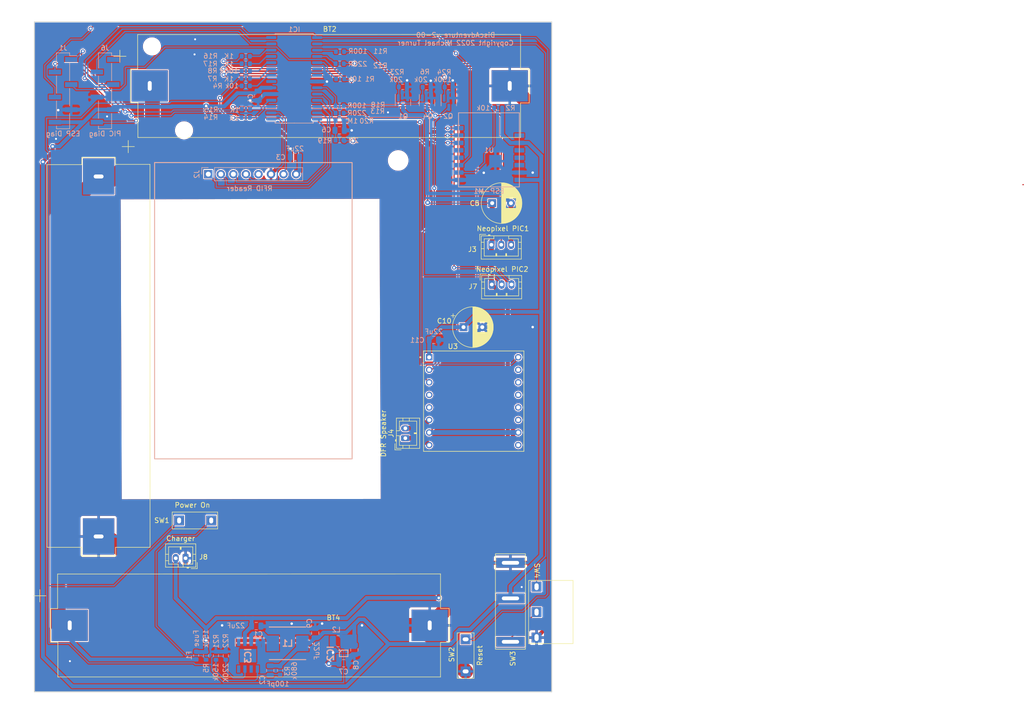
<source format=kicad_pcb>
(kicad_pcb (version 20211014) (generator pcbnew)
  (layers (0 "F.Cu" signal) (31 "B.Cu" signal) (34 "B.Paste" user) (35 "F.Paste" user) (36 "B.SilkS" user "B.Silkscreen") (37 "F.SilkS" user "F.Silkscreen") (38 "B.Mask" user) (39 "F.Mask" user) (44 "Edge.Cuts" user))
  (net 0 "")
  (net 1 "+BATT")
  (net 2 "GND")
  (net 3 "+3V3")
  (net 4 "Net-(J1-Pad1)")
  (net 5 "Net-(J1-Pad3)")
  (net 6 "Net-(J1-Pad2)")
  (net 7 "Net-(J1-Pad4)")
  (net 9 "Net-(J3-Pad2)")
  (net 10 "Net-(C5-Pad2)")
  (net 11 "Net-(J4-Pad1)")
  (net 12 "Net-(J4-Pad2)")
  (net 14 "Net-(Q1-Pad1)")
  (net 15 "Net-(Q2-Pad1)")
  (net 16 "Net-(Q2-Pad3)")
  (net 17 "Net-(R2-Pad1)")
  (net 30 "/+Battery Unfused")
  (net 31 "Net-(J7-Pad2)")
  (net 32 "Net-(R16-Pad1)")
  (net 33 "Net-(R17-Pad1)")
  (net 34 "Net-(C6-Pad1)")
  (net 35 "Net-(IC1-Pad9)")
  (net 36 "Net-(IC1-Pad10)")
  (net 38 "Net-(J7-Pad3)")
  (net 39 "Net-(Q4-Pad1)")
  (net 41 "Net-(IC2-PadB1)")
  (net 42 "Net-(C2-Pad2)")
  (net 43 "Net-(IC2-PadB2)")
  (net 48 "Net-(IC1-Pad23)")
  (net 49 "Net-(IC1-Pad1)")
  (net 50 "Net-(IC1-Pad2)")
  (net 51 "Net-(IC1-Pad3)")
  (net 52 "Net-(IC1-Pad4)")
  (net 53 "Net-(IC1-Pad5)")
  (net 54 "Net-(IC1-Pad12)")
  (net 55 "Net-(IC1-Pad13)")
  (net 56 "Net-(IC1-Pad14)")
  (net 57 "Net-(IC1-Pad15)")
  (net 58 "Net-(IC1-Pad16)")
  (net 59 "Net-(IC1-Pad22)")
  (net 60 "Net-(IC1-Pad24)")
  (net 61 "Net-(IC1-Pad25)")
  (net 62 "Net-(IC1-Pad26)")
  (net 63 "Net-(IC1-Pad27)")
  (net 64 "Net-(IC1-Pad28)")
  (net 65 "Net-(IC3-Pad3)")
  (net 68 "Net-(SW3-Pad1)")
  (net 70 "Net-(IC1-Pad17)")
  (net 71 "Net-(IC1-Pad18)")
  (net 72 "Net-(R5-Pad2)")
  (net 73 "Net-(R7-Pad2)")
  (footprint "MJT-General:BatteryHolder_1x18650_TH" (layer "F.Cu") (at 99.5 36)
    (fp_text reference "BT2")
    (fp_text value "Battery_Cell")
  )
  (footprint "Connector_JST:JST_PH_B3B-PH-K_1x03_P2.00mm_Vertical" (layer "F.Cu") (at 132.310547 76.209849)
    (fp_text reference "J7")
    (fp_text value "Neopixel PIC2")
  )
  (footprint "MJT-General:SW_DIP_SPSTx01_Piano_10.8x4.1mm_W7.62mm_P2.54mm" (layer "F.Cu") (at 127.018655 148.062279 -90)
    (fp_text reference "SW2")
    (fp_text value "Reset")
  )
  (footprint "MountingHole:MountingHole_3.7mm" (layer "F.Cu") (at 113.36126 51.094373)
    (fp_text reference "H3" hide)
    (fp_text value "Antenna Cable" hide)
  )
  (footprint "MountingHole:MountingHole_3.2mm_M3_DIN965" (layer "F.Cu") (at 70 45)
    (fp_text reference "H1" hide)
    (fp_text value "Orientation Guide 2" hide)
  )
  (footprint "MJT-General:Microswitch TH" (layer "F.Cu") (at 133.055 150.075 90)
    (fp_text reference "SW3")
    (fp_text value "Tamper")
  )
  (footprint "MJT-General:BatteryHolder_1x18650_TH" (layer "F.Cu") (at 52.69598 90.7925 -90)
    (fp_text reference "BT4")
    (fp_text value "Battery_Cell")
  )
  (footprint "MJT-General:SW_DIP_SPSTx01_Piano_10.8x4.1mm_W7.62mm_P2.54mm" (layer "F.Cu") (at 75.5 124 180)
    (fp_text reference "SW1")
    (fp_text value "Power On")
  )
  (footprint "Connector_JST:JST_PH_B2B-PH-K_1x02_P2.00mm_Vertical" (layer "F.Cu") (at 114.810685 107.3384 90)
    (fp_text reference "J4")
    (fp_text value "DFR Speaker")
  )
  (footprint "DFR0299:MODULE_DFR0299" (layer "F.Cu") (at 128.656919 99.839918)
    (fp_text reference "U3")
    (fp_text value "DFR0299")
  )
  (footprint "Capacitor_THT:CP_Radial_D8.0mm_P3.80mm" (layer "F.Cu") (at 132.395653 59.736399)
    (fp_text reference "C5")
    (fp_text value "C_Polarized" hide)
  )
  (footprint "Capacitor_THT:CP_Radial_D8.0mm_P3.80mm" (layer "F.Cu") (at 126.58938 84.852481)
    (fp_text reference "C10")
    (fp_text value "C_Polarized")
  )
  (footprint "Connector_JST:JST_PH_B3B-PH-K_1x03_P2.00mm_Vertical" (layer "F.Cu") (at 132.235718 68.165801)
    (fp_text reference "J3")
    (fp_text value "Neopixel PIC1")
  )
  (footprint "MJT-General:Microswitch TH 90 Degree Right" (layer "F.Cu") (at 148.773443 136.144212 -90)
    (fp_text reference "SW4")
    (fp_text value "Tamper")
  )
  (footprint "Connector_JST:JST_PH_B2B-PH-K_1x02_P2.00mm_Vertical" (layer "F.Cu") (at 70.310685 131.645667 180)
    (fp_text reference "J8")
    (fp_text value "Charger")
  )
  (footprint "MountingHole:MountingHole_3.2mm_M3_DIN965" (layer "F.Cu") (at 63.5 28)
    (fp_text reference "H2" hide)
    (fp_text value "Orientation Guide 1")
  )
  (footprint "MJT-General:BatteryHolder_1x18650_TH" (layer "F.Cu") (at 83.2925 145.25)
    (fp_text reference "BT1" hide)
    (fp_text value "Battery_Cell" hide)
  )
  (footprint "SamacSys_Parts:INDPM7466X300N" (layer "B.Cu") (at 90.955291 148.883229)
    (fp_text reference "L1")
    (fp_text value "2.2uH" hide)
  )
  (footprint "ESP:ESP-M1" (layer "B.Cu") (at 131.743717 49.043996 180)
    (fp_text reference "U1")
    (fp_text value "ESP-M1")
  )
  (footprint "Capacitor_SMD:C_0805_2012Metric" (layer "B.Cu") (at 84.613012 145.390069)
    (fp_text reference "C1")
    (fp_text value "22uF")
  )
  (footprint "Resistor_SMD:R_0603_1608Metric" (layer "B.Cu") (at 101.5 40)
    (fp_text reference "R18")
    (fp_text value "100R")
  )
  (footprint "Package_TO_SOT_SMD:SOT-23" (layer "B.Cu") (at 119.204006 39.402393 -90)
    (fp_text reference "Q4")
    (fp_text value "MGSF2N02EL" hide)
  )
  (footprint "Connector_PinHeader_2.54mm:PinHeader_1x06_P2.54mm_Vertical_SMD_Pin1Left" (layer "B.Cu") (at 45.5 37 180)
    (fp_text reference "J1")
    (fp_text value "ESP Diag")
  )
  (footprint "Resistor_SMD:R_0603_1608Metric" (layer "B.Cu") (at 82.484918 42.401435)
    (fp_text reference "R14")
    (fp_text value "1K")
  )
  (footprint "Resistor_SMD:R_0603_1608Metric" (layer "B.Cu") (at 119.14165 36.263759)
    (fp_text reference "R6")
    (fp_text value "20k")
  )
  (footprint "Resistor_SMD:R_0603_1608Metric" (layer "B.Cu") (at 101.5 47 180)
    (fp_text reference "R19")
    (fp_text value "2M")
  )
  (footprint "Package_SO:SOIC-28W_7.5x17.9mm_P1.27mm" (layer "B.Cu") (at 92.306642 34.472834 180)
    (fp_text reference "IC1")
    (fp_text value "PIC16LF15356T-I_SS")
  )
  (footprint "Inductor_SMD:L_1008_2520Metric" (layer "B.Cu") (at 101.197364 148.457151)
    (fp_text reference "L2")
    (fp_text value "1uH" hide)
  )
  (footprint "Resistor_SMD:R_0603_1608Metric" (layer "B.Cu") (at 82.495014 34.499772 180)
    (fp_text reference "R7")
    (fp_text value "1K")
  )
  (footprint "Resistor_SMD:R_0603_1608Metric" (layer "B.Cu") (at 101.5 43)
    (fp_text reference "R20")
    (fp_text value "1M")
  )
  (footprint "Connector_PinHeader_2.54mm:PinHeader_1x08_P2.54mm_Vertical" (layer "B.Cu") (at 74.907839 53.872651 -90)
    (fp_text reference "J2")
    (fp_text value "RFID Reader")
  )
  (footprint "Resistor_SMD:R_0603_1608Metric" (layer "B.Cu") (at 101.516103 31.489554 180)
    (fp_text reference "R12")
    (fp_text value "220R")
  )
  (footprint "Resistor_SMD:R_0603_1608Metric" (layer "B.Cu") (at 82.5 31.5)
    (fp_text reference "R17")
    (fp_text value "1K")
  )
  (footprint "Capacitor_SMD:C_0805_2012Metric" (layer "B.Cu") (at 85 38 90)
    (fp_text reference "C4")
    (fp_text value "LMK212BJ106KG-T" hide)
  )
  (footprint "Resistor_SMD:R_0603_1608Metric" (layer "B.Cu") (at 101.614254 34.581335)
    (fp_text reference "R1")
    (fp_text value "10k")
  )
  (footprint "SamacSys_Parts:SOIC127P600X163-9N" (layer "B.Cu") (at 82.955291 151.383229 -90)
    (fp_text reference "IC3")
    (fp_text value "PAM2310BECADJR" hide)
  )
  (footprint "Package_TO_SOT_SMD:SOT-23" (layer "B.Cu") (at 123.610564 39.402393 -90)
    (fp_text reference "Q2")
    (fp_text value "MGSF2N02EL" hide)
  )
  (footprint "Capacitor_SMD:C_0805_2012Metric" (layer "B.Cu") (at 87.455291 154.383229 -90)
    (fp_text reference "C2")
    (fp_text value "100pF")
  )
  (footprint "Resistor_SMD:R_0603_1608Metric" (layer "B.Cu") (at 82.531252 40.702505)
    (fp_text reference "R15")
    (fp_text value "1K")
  )
  (footprint "Capacitor_SMD:C_0805_2012Metric" (layer "B.Cu") (at 96.554731 146.795758 90)
    (fp_text reference "C9")
    (fp_text value "22uF")
  )
  (footprint "Resistor_SMD:R_0603_1608Metric" (layer "B.Cu") (at 101.569268 29.068477)
    (fp_text reference "R11")
    (fp_text value "100R")
  )
  (footprint "Resistor_SMD:R_0603_1608Metric" (layer "B.Cu") (at 101.509111 41.512872 180)
    (fp_text reference "R13")
    (fp_text value "220R")
  )
  (footprint "Resistor_SMD:R_0603_1608Metric" (layer "B.Cu") (at 74.455291 151.383229 -90)
    (fp_text reference "R5")
    (fp_text value "150k")
  )
  (footprint "Resistor_SMD:R_0603_1608Metric" (layer "B.Cu") (at 82.5 30)
    (fp_text reference "R16")
    (fp_text value "1K")
  )
  (footprint "Capacitor_SMD:C_0805_2012Metric" (layer "B.Cu") (at 104.486407 150.211871 -90)
    (fp_text reference "C8")
    (fp_text value "LMK212BJ106KG-T" hide)
  )
  (footprint "Resistor_SMD:R_0603_1608Metric" (layer "B.Cu") (at 82.502977 32.986679)
    (fp_text reference "R8")
    (fp_text value "100R")
  )
  (footprint "Resistor_SMD:R_0603_1608Metric" (layer "B.Cu") (at 82.5 36)
    (fp_text reference "R4")
    (fp_text value "10k")
  )
  (footprint "Package_TO_SOT_SMD:SOT-23" (layer "B.Cu") (at 114.331849 39.352507 -90)
    (fp_text reference "Q1")
    (fp_text value "MGSF2N02EL" hide)
  )
  (footprint "Resistor_SMD:R_0603_1608Metric" (layer "B.Cu") (at 89.455291 154.383229 -90)
    (fp_text reference "R3")
    (fp_text value "680k")
  )
  (footprint "SamacSys_Parts:BGA6C40P2X3_86X116X62" (layer "B.Cu") (at 102.315755 150.912157 -90)
    (fp_text reference "IC2")
    (fp_text value "FAN53610AUC33X" hide)
  )
  (footprint "Capacitor_SMD:C_0805_2012Metric" (layer "B.Cu") (at 102.321799 152.915056)
    (fp_text reference "C7")
    (fp_text value "2.2uF" hide)
  )
  (footprint "Capacitor_SMD:C_0805_2012Metric" (layer "B.Cu") (at 92.438039 50.386719)
    (fp_text reference "C3")
    (fp_text value "22uF")
  )
  (footprint "Fuse:Fuse_0603_1608Metric" (layer "B.Cu") (at 72.455291 151.345729 -90)
    (fp_text reference "F1")
    (fp_text value "Fuse")
  )
  (footprint "Capacitor_SMD:C_0805_2012Metric" (layer "B.Cu") (at 120.572468 87.434059)
    (fp_text reference "C11")
    (fp_text value "22uF")
  )
  (footprint "Connector_PinHeader_2.54mm:PinHeader_1x06_P2.54mm_Vertical_SMD_Pin1Left" (layer "B.Cu") (at 54 37 180)
    (fp_text reference "J6")
    (fp_text value "PIC Diag")
  )
  (footprint "Resistor_SMD:R_0603_1608Metric" (layer "B.Cu") (at 114.307223 36.199537)
    (fp_text reference "R23")
    (fp_text value "20k")
  )
  (footprint "Resistor_SMD:R_0603_1608Metric" (layer "B.Cu") (at 123.594218 36.25132)
    (fp_text reference "R24")
    (fp_text value "150k")
  )
  (footprint "Resistor_SMD:R_0603_1608Metric" (layer "B.Cu") (at 78.455291 151.383229 90)
    (fp_text reference "R22")
    (fp_text value "220K")
  )
  (footprint "Capacitor_SMD:C_0805_2012Metric" (layer "B.Cu") (at 101.5 45)
    (fp_text reference "C6")
    (fp_text value "LMK212BJ106KG-T" hide)
  )
  (footprint "Resistor_SMD:R_0603_1608Metric" (layer "B.Cu") (at 76.455291 151.383229 90)
    (fp_text reference "R21")
    (fp_text value "150k")
  )
  (footprint "Resistor_SMD:R_0603_1608Metric" (layer "B.Cu") (at 133.60035 40.468559)
    (fp_text reference "R2")
    (fp_text value "10k")
  )
  (gr_rect (start 240 56) (end 239.75 56) (layer "F.Cu") (width 0.2) (fill none))
  (gr_rect locked (start 64.032839 51.522651) (end 104.032839 111.522651) (layer "B.SilkS") (width 0.2) (fill none))
  (gr_rect (start 39.7 23.05) (end 144.45 158.7) (layer "Edge.Cuts") (width 0.2) (fill none))
  (gr_text "DiscAdventure v2-00\nCopyright 2022 Michael Turner" (at 125 26.5) (layer "B.SilkS") (effects (font (size 1 1)) (justify mirror)))
  (segment (start 119.331357 48.409214) (end 119.331357 59.627615) (width 0.25) (layer "F.Cu") (net 1))
  (segment (start 121.573258 130.679681) (end 121.573258 139.687144) (width 0.8) (layer "F.Cu") (net 1))
  (segment (start 104.514305 46.835084) (end 117.757227 46.835084) (width 0.25) (layer "F.Cu") (net 1))
  (segment (start 132.235718 68.165801) (end 132.235718 76.13502) (width 1) (layer "F.Cu") (net 1))
  (segment (start 117.757227 46.835084) (end 119.331357 48.409214) (width 0.25) (layer "F.Cu") (net 1))
  (segment (start 135.569371 116.683568) (end 121.573258 130.679681) (width 0.8) (layer "F.Cu") (net 1))
  (segment (start 99.317025 152.97141) (end 94.648833 148.303218) (width 0.8) (layer "F.Cu") (net 1))
  (segment (start 94.648833 148.303218) (end 74.455291 148.303218) (width 0.8) (layer "F.Cu") (net 1))
  (segment (start 135.569371 79.468673) (end 135.569371 116.683568) (width 0.8) (layer "F.Cu") (net 1))
  (segment (start 132.235718 76.13502) (end 135.569371 79.468673) (width 0.8) (layer "F.Cu") (net 1))
  (segment (start 132.395653 59.736399) (end 132.395653 68.005866) (width 1) (layer "F.Cu") (net 1))
  (via (at 121.573258 139.687144) (size 1) (drill 0.5) (layers "F.Cu" "B.Cu") (net 1))
  (via (at 74.455291 148.303218) (size 1) (drill 0.5) (layers "F.Cu" "B.Cu") (net 1))
  (via (at 104.227462 47.121927) (size 1) (drill 0.5) (layers "F.Cu" "B.Cu") (net 1))
  (via (at 119.331357 59.627615) (size 1) (drill 0.5) (layers "F.Cu" "B.Cu") (net 1))
  (via (at 99.317025 152.97141) (size 1) (drill 0.5) (layers "F.Cu" "B.Cu") (net 1))
  (segment (start 76.528809 143.775906) (end 82.416716 143.775906) (width 0.8) (layer "B.Cu") (net 1))
  (segment (start 74.455291 150.558229) (end 74.455291 148.303218) (width 0.8) (layer "B.Cu") (net 1))
  (segment (start 74.580291 150.633229) (end 72.530291 150.633229) (width 0.8) (layer "B.Cu") (net 1))
  (segment (start 106.971523 139.687144) (end 121.573258 139.687144) (width 0.8) (layer "B.Cu") (net 1))
  (segment (start 82.320291 148.683229) (end 82.320291 146.798229) (width 0.8) (layer "B.Cu") (net 1))
  (segment (start 83.932439 143.775906) (end 102.882761 143.775906) (width 0.8) (layer "B.Cu") (net 1))
  (segment (start 74.455291 148.303218) (end 74.455291 145.849424) (width 0.8) (layer "B.Cu") (net 1))
  (segment (start 102.882761 143.775906) (end 106.971523 139.687144) (width 0.8) (layer "B.Cu") (net 1))
  (segment (start 74.455291 145.849424) (end 76.528809 143.775906) (width 0.8) (layer "B.Cu") (net 1))
  (segment (start 68.310685 139.704818) (end 68.310685 131.645667) (width 0.8) (layer "B.Cu") (net 1))
  (segment (start 119.440141 59.736399) (end 132.395653 59.736399) (width 0.25) (layer "B.Cu") (net 1))
  (segment (start 99.317025 152.97141) (end 101.315445 152.97141) (width 0.8) (layer "B.Cu") (net 1))
  (segment (start 82.416716 143.775906) (end 83.932439 143.775906) (width 0.8) (layer "B.Cu") (net 1))
  (segment (start 83.663012 145.390069) (end 83.663012 144.045333) (width 0.8) (layer "B.Cu") (net 1))
  (segment (start 119.331357 59.627615) (end 119.440141 59.736399) (width 0.25) (layer "B.Cu") (net 1))
  (segment (start 102.446927 47.121927) (end 102.325 47) (width 1) (layer "B.Cu") (net 1))
  (segment (start 104.227462 47.121927) (end 102.446927 47.121927) (width 0.25) (layer "B.Cu") (net 1))
  (segment (start 74.455291 145.849424) (end 68.310685 139.704818) (width 0.8) (layer "B.Cu") (net 1))
  (segment (start 83.663012 144.045333) (end 83.932439 143.775906) (width 0.8) (layer "B.Cu") (net 1))
  (segment (start 72.530291 150.633229) (end 72.455291 150.558229) (width 0.8) (layer "B.Cu") (net 1))
  (segment (start 82.320291 146.798229) (end 83.690392 145.428128) (width 0.8) (layer "B.Cu") (net 1))
  (segment (start 64.726691 137.426691) (end 55.25 127.95) (width 3) (layer "F.Cu") (net 2))
  (segment (start 83.029371 146.144571) (end 83.083126 146.198326) (width 0.8) (layer "F.Cu") (net 2))
  (segment (start 142.982954 134.260994) (end 142.982954 146.114701) (width 0.8) (layer "F.Cu") (net 2))
  (segment (start 67.161991 139.46884) (end 66.768839 139.46884) (width 0.8) (layer "F.Cu") (net 2))
  (segment (start 128 136.9925) (end 119.7425 145.25) (width 3) (layer "F.Cu") (net 2))
  (segment (start 72.55 145.25) (end 66.768839 139.46884) (width 3) (layer "F.Cu") (net 2))
  (segment (start 136.095 132.575) (end 141.29696 132.575) (width 0.8) (layer "F.Cu") (net 2))
  (segment (start 70.310685 131.645667) (end 70.310685 136.320146) (width 0.8) (layer "F.Cu") (net 2))
  (segment (start 77.704814 145.25) (end 72.55 145.25) (width 3) (layer "F.Cu") (net 2))
  (segment (start 83.083126 146.198326) (end 92.543941 146.198326) (width 0.8) (layer "F.Cu") (net 2))
  (segment (start 91.560584 48.71407) (end 91.560584 49.919906) (width 0.8) (layer "F.Cu") (net 2))
  (segment (start 128 127.2425) (end 128 132.448024) (width 3) (layer "F.Cu") (net 2))
  (segment (start 136.095 132.575) (end 128.126976 132.575) (width 0.8) (layer "F.Cu") (net 2))
  (segment (start 97.955291 148.522223) (end 100.17519 150.742122) (width 0.8) (layer "F.Cu") (net 2))
  (segment (start 66.768839 139.46884) (end 64.726691 137.426691) (width 3) (layer "F.Cu") (net 2))
  (segment (start 136.4925 36.25) (end 140.6 40.3575) (width 3) (layer "F.Cu") (net 2))
  (segment (start 119.7425 147.286124) (end 127.018655 154.562279) (width 3) (layer "F.Cu") (net 2))
  (segment (start 128.126976 132.575) (end 128 132.448024) (width 0.8) (layer "F.Cu") (net 2))
  (segment (start 140.6 84.836361) (end 140.6 114.6425) (width 3) (layer "F.Cu") (net 2))
  (segment (start 140.6 114.6425) (end 128 127.2425) (width 3) (layer "F.Cu") (net 2))
  (segment (start 140.6 53.560164) (end 140.6 84.836361) (width 3) (layer "F.Cu") (net 2))
  (segment (start 140.6 40.3575) (end 140.6 53.560164) (width 3) (layer "F.Cu") (net 2))
  (segment (start 119.7425 145.25) (end 106.038106 145.25) (width 3) (layer "F.Cu") (net 2))
  (segment (start 119.7425 145.25) (end 119.7425 147.286124) (width 3) (layer "F.Cu") (net 2))
  (segment (start 97.955291 144.883229) (end 97.955291 148.522223) (width 0.8) (layer "F.Cu") (net 2))
  (segment (start 142.982954 146.114701) (end 141.383443 147.714212) (width 0.8) (layer "F.Cu") (net 2))
  (segment (start 70.310685 136.320146) (end 67.161991 139.46884) (width 0.8) (layer "F.Cu") (net 2))
  (segment (start 128 132.448024) (end 128 136.9925) (width 3) (layer "F.Cu") (net 2))
  (segment (start 141.29696 132.575) (end 142.982954 134.260994) (width 0.8) (layer "F.Cu") (net 2))
  (segment (start 106.038106 145.25) (end 77.704814 145.25) (width 3) (layer "F.Cu") (net 2))
  (segment (start 91.560584 49.919906) (end 87.607839 53.872651) (width 0.8) (layer "F.Cu") (net 2))
  (via (at 98.931467 35.122682) (size 1) (drill 0.5) (layers "F.Cu" "B.Cu") (net 2))
  (via (at 44.515036 40.906688) (size 1) (drill 0.5) (layers "F.Cu" "B.Cu") (net 2))
  (via (at 83.354753 38.940195) (size 1) (drill 0.5) (layers "F.Cu" "B.Cu") (net 2))
  (via (at 97.955291 144.883229) (size 1) (drill 0.5) (layers "F.Cu" "B.Cu") (net 2))
  (via (at 130.694267 53.593446) (size 1) (drill 0.5) (layers "F.Cu" "B.Cu") (net 2))
  (via (at 77.704814 145.25) (size 1) (drill 0.5) (layers "F.Cu" "B.Cu") (net 2))
  (via (at 72.123579 29.622614) (size 0.8) (drill 0.4) (layers "F.Cu" "B.Cu") (net 2))
  (via (at 119.956445 34.953337) (size 1) (drill 0.5) (layers "F.Cu" "B.Cu") (net 2))
  (via (at 140.6 84.836361) (size 1) (drill 0.5) (layers "F.Cu" "B.Cu") (net 2))
  (via (at 103.948899 45.006047) (size 1) (drill 0.5) (layers "F.Cu" "B.Cu") (net 2))
  (via (at 54.409552 42.180119) (size 0.8) (drill 0.4) (layers "F.Cu" "B.Cu") (net 2))
  (via (at 100.17519 150.742122) (size 1) (drill 0.5) (layers "F.Cu" "B.Cu") (net 2))
  (via (at 115.163274 34.879434) (size 1) (drill 0.5) (layers "F.Cu" "B.Cu") (net 2))
  (via (at 140.6 53.560164) (size 1) (drill 0.5) (layers "F.Cu" "B.Cu") (net 2))
  (via (at 44.066611 46.719706) (size 0.8) (drill 0.4) (layers "F.Cu" "B.Cu") (net 2))
  (via (at 106.038106 145.25) (size 1) (drill 0.5) (layers "F.Cu" "B.Cu") (net 2))
  (via (at 138.371727 137.479828) (size 0.8) (drill 0.4) (layers "F.Cu" "B.Cu") (net 2))
  (via (at 72.239979 26.562966) (size 0.8) (drill 0.4) (layers "F.Cu" "B.Cu") (net 2))
  (via (at 91.797745 144.899704) (size 1) (drill 0.5) (layers "F.Cu" "B.Cu") (net 2))
  (via (at 124.412889 34.894213) (size 1) (drill 0.5) (layers "F.Cu" "B.Cu") (net 2))
  (via (at 111.2985 41.361165) (size 0.8) (drill 0.4) (layers "F.Cu" "B.Cu") (net 2))
  (via (at 91.560584 48.71407) (size 1) (drill 0.5) (layers "F.Cu" "B.Cu") (net 2))
  (via (at 46.883327 152.493481) (size 0.8) (drill 0.4) (layers "F.Cu" "B.Cu") (net 2))
  (segment (start 106.038106 150.157589) (end 106.038106 145.25) (width 0.8) (layer "B.Cu") (net 2))
  (segment (start 101.897279 150.715056) (end 100 150.715056) (width 0.2) (layer "B.Cu") (net 2))
  (segment (start 96.905291 145.933229) (end 97.955291 144.883229) (width 0.8) (layer "B.Cu") (net 2))
  (segment (start 105.033824 151.161871) (end 106.038106 150.157589) (width 0.8) (layer "B.Cu") (net 2))
  (segment (start 92.831269 145.933229) (end 91.001641 147.762856) (width 0.8) (layer "B.Cu") (net 2))
  (segment (start 78.455291 150.558229) (end 78.455291 146.000477) (width 0.8) (layer "B.Cu") (net 2))
  (segment (start 87.656642 37.647834) (end 91.280777 37.647834) (width 0.8) (layer "B.Cu") (net 2))
  (segment (start 103.271799 152.915056) (end 103.271799 152.376479) (width 0.8) (layer "B.Cu") (net 2))
  (segment (start 93.820777 35.107834) (end 96.956642 35.107834) (width 0.8) (layer "B.Cu") (net 2))
  (segment (start 103.942852 45) (end 103.948899 45.006047) (width 0.8) (layer "B.Cu") (net 2))
  (segment (start 90.455291 148.309207) (end 90.455291 150.457251) (width 0.8) (layer "B.Cu") (net 2))
  (segment (start 91.001641 147.762856) (end 90.455291 148.309207) (width 0.8) (layer "B.Cu") (net 2))
  (segment (start 78.455291 146.000477) (end 77.704814 145.25) (width 0.8) (layer "B.Cu") (net 2))
  (segment (start 119.96665 36.263759) (end 119.96665 38.277537) (width 0.8) (layer "B.Cu") (net 2))
  (segment (start 124.419218 38.323547) (end 124.560564 38.464893) (width 0.8) (layer "B.Cu") (net 2))
  (segment (start 76.455291 150.558229) (end 78.455291 150.558229) (width 0.8) (layer "B.Cu") (net 2))
  (segment (start 47.155 40.81) (end 49.805 40.81) (width 0.8) (layer "B.Cu") (net 2))
  (segment (start 89.029313 151.883229) (end 86.955291 151.883229) (width 0.8) (layer "B.Cu") (net 2))
  (segment (start 91.488039 48.786615) (end 91.560584 48.71407) (width 0.8) (layer "B.Cu") (net 2))
  (segment (start 96.956642 35.107834) (end 98.916619 35.107834) (width 0.8) (layer "B.Cu") (net 2))
  (segment (start 115.132223 34.910485) (end 115.163274 34.879434) (width 0.8) (layer "B.Cu") (net 2))
  (segment (start 124.419218 34.900542) (end 124.412889 34.894213) (width 0.8) (layer "B.Cu") (net 2))
  (segment (start 90.455291 150.457251) (end 89.029313 151.883229) (width 0.8) (layer "B.Cu") (net 2))
  (segment (start 119.96665 34.963542) (end 119.956445 34.953337) (width 0.8) (layer "B.Cu") (net 2))
  (segment (start 86.955291 151.883229) (end 85.229802 150.15774) (width 0.8) (layer "B.Cu") (net 2))
  (segment (start 87.656642 37.647834) (end 86.328568 37.647834) (width 0.8) (layer "B.Cu") (net 2))
  (segment (start 119.96665 36.263759) (end 119.96665 34.963542) (width 0.8) (layer "B.Cu") (net 2))
  (segment (start 103.271799 152.376479) (end 104.486407 151.161871) (width 0.8) (layer "B.Cu") (net 2))
  (segment (start 85.229802 150.15774) (end 85.229802 149.05274) (width 0.8) (layer "B.Cu") (net 2))
  (segment (start 47.155 40.81) (end 44.611724 40.81) (width 0.8) (layer "B.Cu") (net 2))
  (segment (start 102.45 45) (end 103.942852 45) (width 0.8) (layer "B.Cu") (net 2))
  (segment (start 102.45 45) (end 102.45 43.125) (width 0.8) (layer "B.Cu") (net 2))
  (segment (start 102.45 43.125) (end 102.325 43) (width 0.8) (layer "B.Cu") (net 2))
  (segment (start 91.280777 37.647834) (end 93.820777 35.107834) (width 0.8) (layer "B.Cu") (net 2))
  (segment (start 135.343717 53.543996) (end 137.893717 53.543996) (width 0.8) (layer "B.Cu") (net 2))
  (segment (start 137.893717 53.543996) (end 140.583832 53.543996) (width 0.8) (layer "B.Cu") (net 2))
  (segment (start 115.132223 38.265381) (end 115.281849 38.415007) (width 0.8) (layer "B.Cu") (net 2))
  (segment (start 115.132223 36.199537) (end 115.132223 38.265381) (width 0.8) (layer "B.Cu") (net 2))
  (segment (start 85.968938 145.428128) (end 88.666913 145.428128) (width 0.8) (layer "B.Cu") (net 2))
  (segment (start 83.364558 38.95) (end 83.354753 38.940195) (width 0.8) (layer "B.Cu") (net 2))
  (segment (start 86.328568 37.647834) (end 85.026402 38.95) (width 0.8) (layer "B.Cu") (net 2))
  (segment (start 133.043717 51.243996) (end 129.243717 55.043996) (width 0.8) (layer "B.Cu") (net 2))
  (segment (start 44.611724 40.81) (end 44.515036 40.906688) (width 0.8) (layer "B.Cu") (net 2))
  (segment (start 98.916619 35.107834) (end 98.931467 35.122682) (width 0.8) (layer "B.Cu") (net 2))
  (segment (start 101.519439 42.194439) (end 101.519439 37.710654) (width 0.25) (layer "B.Cu") (net 2))
  (segment (start 119.96665 38.277537) (end 120.154006 38.464893) (width 0.8) (layer "B.Cu") (net 2))
  (segment (start 133.043717 51.243996) (end 135.343717 53.543996) (width 0.8) (layer "B.Cu") (net 2))
  (segment (start 124.419218 36.25132) (end 124.419218 38.323547) (width 0.8) (layer "B.Cu") (net 2))
  (segment (start 85 38.95) (end 83.364558 38.95) (width 0.8) (layer "B.Cu") (net 2))
  (segment (start 88.666913 145.428128) (end 91.001641 147.762856) (width 0.8) (layer "B.Cu") (net 2))
  (segment (start 96.455291 145.933229) (end 92.831269 145.933229) (width 0.8) (layer "B.Cu") (net 2))
  (segment (start 127.807802 87.434059) (end 121.522468 87.434059) (width 0.8) (layer "B.Cu") (net 2))
  (segment (start 91.488039 50.386719) (end 91.488039 48.786615) (width 0.8) (layer "B.Cu") (net 2))
  (segment (start 129.243717 55.043996) (end 125.593717 55.043996) (width 0.8) (layer "B.Cu") (net 2))
  (segment (start 101.519439 37.710654) (end 98.931467 35.122682) (width 0.25) (layer "B.Cu") (net 2))
  (segment (start 140.58388 84.852481) (end 140.6 84.836361) (width 0.8) (layer "B.Cu") (net 2))
  (segment (start 102.325 43) (end 101.519439 42.194439) (width 0.25) (layer "B.Cu") (net 2))
  (segment (start 140.583832 53.543996) (end 140.6 53.560164) (width 0.8) (layer "B.Cu") (net 2))
  (segment (start 115.132223 36.199537) (end 115.132223 34.910485) (width 0.8) (layer "B.Cu") (net 2))
  (segment (start 130.38938 84.852481) (end 127.807802 87.434059) (width 0.8) (layer "B.Cu") (net 2))
  (segment (start 85.229802 149.05274) (end 84.860291 148.683229) (width 0.8) (layer "B.Cu") (net 2))
  (segment (start 96.455291 145.933229) (end 96.905291 145.933229) (width 0.8) (layer "B.Cu") (net 2))
  (segment (start 124.419218 36.25132) (end 124.419218 34.900542) (width 0.8) (layer "B.Cu") (net 2))
  (segment (start 130.38938 84.852481) (end 140.58388 84.852481) (width 0.8) (layer "B.Cu") (net 2))
  (segment (start 104.486407 151.161871) (end 105.033824 151.161871) (width 0.8) (layer "B.Cu") (net 2))
  (segment (start 91.797745 144.899704) (end 92.831269 145.933229) (width 0.8) (layer "B.Cu") (net 2))
  (segment (start 49.805 40.81) (end 52.345 38.27) (width 0.8) (layer "B.Cu") (net 2))
  (segment (start 92.687839 48.286381) (end 89.109258 44.7078) (width 0.8) (layer "F.Cu") (net 3))
  (segment (start 89.109258 44.7078) (end 78.087987 44.7078) (width 0.8) (layer "F.Cu") (net 3))
  (segment (start 43.394335 48.250833) (end 43.394335 49.404116) (width 0.8) (layer "F.Cu") (net 3))
  (segment (start 43.394335 49.404116) (end 41.420845 51.377606) (width 0.8) (layer "F.Cu") (net 3))
  (segment (start 74.475285 41.095098) (end 74.475285 40.049222) (width 0.8) (layer "F.Cu") (net 3))
  (segment (start 92.687839 53.872651) (end 92.687839 48.286381) (width 0.8) (layer "F.Cu") (net 3))
  (segment (start 78.087987 44.7078) (end 74.475285 41.095098) (width 0.8) (layer "F.Cu") (net 3))
  (via (at 74.475285 40.049222) (size 1) (drill 0.5) (layers "F.Cu" "B.Cu") (net 3))
  (via (at 41.420845 51.377606) (size 1) (drill 0.5) (layers "F.Cu" "B.Cu") (net 3))
  (via (at 43.394335 48.250833) (size 1) (drill 0.5) (layers "F.Cu" "B.Cu") (net 3))
  (segment (start 126.58938 84.852481) (end 129.678967 81.762894) (width 0.8) (layer "B.Cu") (net 3))
  (segment (start 67.531054 40.149202) (end 78.132441 40.149202) (width 0.8) (layer "B.Cu") (net 3))
  (segment (start 89.455291 153.383229) (end 93.955291 148.883229) (width 0.8) (layer "B.Cu") (net 3))
  (segment (start 125.024665 148.011857) (end 124.012011 149.024511) (width 0.8) (layer "B.Cu") (net 3))
  (segment (start 98.244414 146.683709) (end 102.835846 146.683709) (width 0.8) (layer "B.Cu") (net 3))
  (segment (start 93.388039 53.172451) (end 92.687839 53.872651) (width 0.8) (layer "B.Cu") (net 3))
  (segment (start 43.845 43.35) (end 49.65 43.35) (width 0.8) (layer "B.Cu") (net 3))
  (segment (start 122.177644 84.852481) (end 119.622468 87.407657) (width 0.8) (layer "B.Cu") (net 3))
  (segment (start 142.327577 81.762894) (end 142.327577 55.083594) (width 0.8) (layer "B.Cu") (net 3))
  (segment (start 111.428455 149.024511) (end 102.88521 157.567756) (width 0.8) (layer "B.Cu") (net 3))
  (segment (start 89.455291 153.558229) (end 89.455291 153.383229) (width 0.8) (layer "B.Cu") (net 3))
  (segment (start 139.693717 47.543996) (end 137.893717 47.543996) (width 0.8) (layer "B.Cu") (net 3))
  (segment (start 97.182365 147.745758) (end 98.244414 146.683709) (width 0.8) (layer "B.Cu") (net 3))
  (segment (start 55.776164 40.224031) (end 67.456225 40.224031) (width 0.8) (layer "B.Cu") (net 3))
  (segment (start 78.132441 40.149202) (end 80.806032 37.475611) (width 0.8) (layer "B.Cu") (net 3))
  (segment (start 44.749167 48.250833) (end 43.394335 48.250833) (width 0.8) (layer "B.Cu") (net 3))
  (segment (start 142.327577 55.083594) (end 142.327577 50.177856) (width 0.8) (layer "B.Cu") (net 3))
  (segment (start 142.287979 55.043996) (end 142.327577 55.083594) (width 0.8) (layer "B.Cu") (net 3))
  (segment (start 87.656642 36.377834) (end 85.672166 36.377834) (width 0.8) (layer "B.Cu") (net 3))
  (segment (start 125.024665 146.857247) (end 125.024665 148.011857) (width 0.8) (layer "B.Cu") (net 3))
  (segment (start 47.410785 157.567756) (end 41.420845 151.577816) (width 0.8) (layer "B.Cu") (net 3))
  (segment (start 80.806032 37.475611) (end 84.329467 37.475611) (width 0.8) (layer "B.Cu") (net 3))
  (segment (start 93.388039 50.386719) (end 93.388039 53.172451) (width 0.8) (layer "B.Cu") (net 3))
  (segment (start 127.918987 146.076013) (end 125.805899 146.076013) (width 0.8) (layer "B.Cu") (net 3))
  (segment (start 136.095 139.775) (end 136.095 137.324256) (width 0.8) (layer "B.Cu") (net 3))
  (segment (start 137.893717 55.043996) (end 142.287979 55.043996) (width 0.8) (layer "B.Cu") (net 3))
  (segment (start 124.012011 149.024511) (end 111.428455 149.024511) (width 0.8) (layer "B.Cu") (net 3))
  (segment (start 67.456225 40.224031) (end 67.531054 40.149202) (width 0.8) (layer "B.Cu") (net 3))
  (segment (start 85.672166 36.377834) (end 85 37.05) (width 0.8) (layer "B.Cu") (net 3))
  (segment (start 104.486407 145.033148) (end 104.486407 149.261871) (width 0.8) (layer "B.Cu") (net 3))
  (segment (start 41.420845 151.577816) (end 41.420845 51.377606) (width 0.8) (layer "B.Cu") (net 3))
  (segment (start 55.655 40.81) (end 55.655 40.345195) (width 0.8) (layer "B.Cu") (net 3))
  (segment (start 89.330291 153.433229) (end 89.455291 153.558229) (width 0.8) (layer "B.Cu") (net 3))
  (segment (start 119.622468 87.434059) (end 119.622468 90.932467) (width 0.8) (layer "B.Cu") (net 3))
  (segment (start 55.655 40.345195) (end 55.776164 40.224031) (width 0.8) (layer "B.Cu") (net 3))
  (segment (start 93.955291 148.883229) (end 95.405291 148.883229) (width 0.8) (layer "B.Cu") (net 3))
  (segment (start 52.19 40.81) (end 55.655 40.81) (width 0.8) (layer "B.Cu") (net 3))
  (segment (start 125.805899 146.076013) (end 125.024665 146.857247) (width 0.8) (layer "B.Cu") (net 3))
  (segment (start 142.327577 131.091679) (end 142.327577 81.762894) (width 0.8) (layer "B.Cu") (net 3))
  (segment (start 111.428455 149.024511) (end 106.46171 144.057766) (width 0.8) (layer "B.Cu") (net 3))
  (segment (start 102.835846 146.683709) (end 105.461789 144.057766) (width 0.8) (layer "B.Cu") (net 3))
  (segment (start 136.095 137.324256) (end 142.327577 131.091679) (width 0.8) (layer "B.Cu") (net 3))
  (segment (start 129.678967 81.762894) (end 142.327577 81.762894) (width 0.8) (layer "B.Cu") (net 3))
  (segment (start 134.42535 45.875629) (end 136.093717 47.543996) (width 0.8) (layer "B.Cu") (net 3))
  (segment (start 101.032173 146.683709) (end 102.455291 148.106827) (width 0.8) (layer "B.Cu") (net 3))
  (segment (start 49.65 43.35) (end 44.749167 48.250833) (width 0.8) (layer "B.Cu") (net 3))
  (segment (start 134.22 139.775) (end 127.918987 146.076013) (width 0.8) (layer "B.Cu") (net 3))
  (segment (start 102.88521 157.567756) (end 47.410785 157.567756) (width 0.8) (layer "B.Cu") (net 3))
  (segment (start 126.58938 84.852481) (end 122.177644 84.852481) (width 0.8) (layer "B.Cu") (net 3))
  (segment (start 95.405291 148.883229) (end 96.455291 147.833229) (width 0.8) (layer "B.Cu") (net 3))
  (segment (start 96.554731 147.745758) (end 97.182365 147.745758) (width 0.8) (layer "B.Cu") (net 3))
  (segment (start 49.65 43.35) (end 52.19 40.81) (width 0.8) (layer "B.Cu") (net 3))
  (segment (start 142.327577 50.177856) (end 139.693717 47.543996) (width 0.8) (layer "B.Cu") (net 3))
  (segment (start 134.42535 40.468559) (end 134.42535 45.875629) (width 0.8) (layer "B.Cu") (net 3))
  (segment (start 136.093717 47.543996) (end 137.893717 47.543996) (width 0.8) (layer "B.Cu") (net 3))
  (segment (start 106.46171 144.057766) (end 105.461789 144.057766) (width 0.8) (layer "B.Cu") (net 3))
  (segment (start 87.455291 153.433229) (end 89.330291 153.433229) (width 0.8) (layer "B.Cu") (net 3))
  (segment (start 49.237376 31.335427) (end 49.237376 29.262624) (width 0.25) (layer "F.Cu") (net 4))
  (segment (start 123.434028 47.503901) (end 120.601636 47.503901) (width 0.25) (layer "F.Cu") (net 4))
  (segment (start 59.326399 42.004097) (end 59.326399 41.42445) (width 0.25) (layer "F.Cu") (net 4))
  (segment (start 79.99712 42.469653) (end 119.103647 42.469653) (width 0.25) (layer "F.Cu") (net 4))
  (segment (start 119.103647 46.005912) (end 119.103647 42.469653) (width 0.25) (layer "F.Cu") (net 4))
  (segment (start 120.601636 47.503901) (end 119.103647 46.005912) (width 0.25) (layer "F.Cu") (net 4))
  (segment (start 59.326399 41.42445) (end 49.237376 31.335427) (width 0.25) (layer "F.Cu") (net 4))
  (segment (start 49.237376 29.262624) (end 49.5 29) (width 0.25) (layer "F.Cu") (net 4))
  (via (at 123.434028 47.503901) (size 0.8) (drill 0.4) (layers "F.Cu" "B.Cu") (net 4))
  (via (at 79.99712 42.469653) (size 0.8) (drill 0.4) (layers "F.Cu" "B.Cu") (net 4))
  (via (at 49.5 29) (size 0.8) (drill 0.4) (layers "F.Cu" "B.Cu") (net 4))
  (via (at 59.326399 42.004097) (size 0.8) (drill 0.4) (layers "F.Cu" "B.Cu") (net 4))
  (segment (start 68.036499 41.323242) (end 80.581725 41.323242) (width 0.25) (layer "B.Cu") (net 4))
  (segment (start 80.581725 41.323242) (end 81.659918 42.401435) (width 0.25) (layer "B.Cu") (net 4))
  (segment (start 67.355644 42.004097) (end 68.036499 41.323242) (width 0.25) (layer "B.Cu") (net 4))
  (segment (start 47.85 30.65) (end 49.5 29) (width 0.25) (layer "B.Cu") (net 4))
  (segment (start 81.659918 42.401435) (end 80.065338 42.401435) (width 0.25) (layer "B.Cu") (net 4))
  (segment (start 80.065338 42.401435) (end 79.99712 42.469653) (width 0.25) (layer "B.Cu") (net 4))
  (segment (start 123.434028 47.503901) (end 125.553622 47.503901) (width 0.25) (layer "B.Cu") (net 4))
  (segment (start 59.326399 42.004097) (end 67.355644 42.004097) (width 0.25) (layer "B.Cu") (net 4))
  (segment (start 103.915678 39.626621) (end 103.915678 34.862549) (width 0.25) (layer "F.Cu") (net 5))
  (segment (start 119.517624 39.751334) (end 119.467739 39.701449) (width 0.25) (layer "F.Cu") (net 5))
  (segment (start 119.565365 39.799075) (end 119.517624 39.751334) (width 0.25) (layer "F.Cu") (net 5))
  (segment (start 103.990506 39.701449) (end 103.915678 39.626621) (width 0.25) (layer "F.Cu") (net 5))
  (segment (start 119.467739 39.701449) (end 103.990506 39.701449) (width 0.25) (layer "F.Cu") (net 5))
  (segment (start 120.178373 40.412083) (end 119.565365 39.799075) (width 0.25) (layer "F.Cu") (net 5))
  (segment (start 123.395992 44.590234) (end 120.178373 44.590234) (width 0.25) (layer "F.Cu") (net 5))
  (segment (start 120.178373 44.590234) (end 120.178373 40.412083) (width 0.25) (layer "F.Cu") (net 5))
  (via (at 123.395992 44.590234) (size 0.8) (drill 0.4) (layers "F.Cu" "B.Cu") (net 5))
  (via (at 103.915678 34.862549) (size 0.8) (drill 0.4) (layers "F.Cu" "B.Cu") (net 5))
  (segment (start 91.247234 30.652354) (end 88.728194 28.133314) (width 0.25) (layer "B.Cu") (net 5))
  (segment (start 98.510273 30.652354) (end 91.247234 30.652354) (width 0.25) (layer "B.Cu") (net 5))
  (segment (start 57.043293 36.745729) (end 48.170729 36.745729) (width 0.25) (layer "B.Cu") (net 5))
  (segment (start 58.095783 32.393214) (end 58.095783 35.693239) (width 0.25) (layer "B.Cu") (net 5))
  (segment (start 62.036367 32.256028) (end 58.232969 32.256028) (width 0.25) (layer "B.Cu") (net 5))
  (segment (start 66.159081 28.133314) (end 62.036367 32.256028) (width 0.25) (layer "B.Cu") (net 5))
  (segment (start 103.915678 34.862549) (end 102.720468 34.862549) (width 0.25) (layer "B.Cu") (net 5))
  (segment (start 88.728194 28.133314) (end 66.159081 28.133314) (width 0.25) (layer "B.Cu") (net 5))
  (segment (start 102.439254 34.581335) (end 98.510273 30.652354) (width 0.25) (layer "B.Cu") (net 5))
  (segment (start 123.44223 44.543996) (end 123.395992 44.590234) (width 0.25) (layer "B.Cu") (net 5))
  (segment (start 102.720468 34.862549) (end 102.439254 34.581335) (width 0.25) (layer "B.Cu") (net 5))
  (segment (start 58.232969 32.256028) (end 58.095783 32.393214) (width 0.25) (layer "B.Cu") (net 5))
  (segment (start 125.593717 44.543996) (end 123.44223 44.543996) (width 0.25) (layer "B.Cu") (net 5))
  (segment (start 58.095783 35.693239) (end 57.043293 36.745729) (width 0.25) (layer "B.Cu") (net 5))
  (segment (start 48.170729 36.745729) (end 47.155 35.73) (width 0.25) (layer "B.Cu") (net 5))
  (segment (start 119.553167 40.422595) (end 119.553167 45.45772) (width 0.25) (layer "F.Cu") (net 6))
  (segment (start 120.141581 46.046134) (end 119.553167 45.45772) (width 0.25) (layer "F.Cu") (net 6))
  (segment (start 48.389834 31.512499) (end 43.894612 31.512499) (width 0.25) (layer "F.Cu") (net 6))
  (segment (start 119.379167 40.248595) (end 119.553167 40.422595) (width 0.25) (layer "F.Cu") (net 6))
  (segment (start 123.3592 46.046134) (end 120.141581 46.046134) (width 0.25) (layer "F.Cu") (net 6))
  (segment (start 79.914859 40.248595) (end 119.379167 40.248595) (width 0.25) (layer "F.Cu") (net 6))
  (segment (start 58.100866 41.223531) (end 48.389834 31.512499) (width 0.25) (layer "F.Cu") (net 6))
  (via (at 43.894612 31.512499) (size 0.8) (drill 0.4) (layers "F.Cu" "B.Cu") (net 6))
  (via (at 79.914859 40.248595) (size 0.8) (drill 0.4) (layers "F.Cu" "B.Cu") (net 6))
  (via (at 58.100866 41.223531) (size 0.8) (drill 0.4) (layers "F.Cu" "B.Cu") (net 6))
  (via (at 123.3592 46.046134) (size 0.8) (drill 0.4) (layers "F.Cu" "B.Cu") (net 6))
  (segment (start 67.83116 40.873722) (end 79.865562 40.873722) (width 0.25) (layer "B.Cu") (net 6))
  (segment (start 79.865562 40.873722) (end 81.535035 40.873722) (width 0.25) (layer "B.Cu") (net 6))
  (segment (start 79.914859 40.824425) (end 79.914859 40.248595) (width 0.25) (layer "B.Cu") (net 6))
  (segment (start 58.156932 41.279597) (end 67.425285 41.279597) (width 0.25) (layer "B.Cu") (net 6))
  (segment (start 67.425285 41.279597) (end 67.83116 40.873722) (width 0.25) (layer "B.Cu") (net 6))
  (segment (start 123.361338 46.043996) (end 123.3592 46.046134) (width 0.25) (layer "B.Cu") (net 6))
  (segment (start 58.100866 41.223531) (end 58.156932 41.279597) (width 0.25) (layer "B.Cu") (net 6))
  (segment (start 79.865562 40.873722) (end 79.914859 40.824425) (width 0.25) (layer "B.Cu") (net 6))
  (segment (start 125.593717 46.043996) (end 123.361338 46.043996) (width 0.25) (layer "B.Cu") (net 6))
  (segment (start 43.845 33.19) (end 43.845 31.555978) (width 0.25) (layer "B.Cu") (net 6))
  (segment (start 51.699913 23.775489) (end 119.409135 23.775489) (width 0.25) (layer "F.Cu") (net 7))
  (segment (start 51.078999 24.396403) (end 51.699913 23.775489) (width 0.25) (layer "F.Cu") (net 7))
  (segment (start 119.409135 23.775489) (end 125.033527 29.399881) (width 0.25) (layer "F.Cu") (net 7))
  (via (at 51.078999 24.396403) (size 0.8) (drill 0.4) (layers "F.Cu" "B.Cu") (net 7))
  (via (at 125.033527 29.399881) (size 0.8) (drill 0.4) (layers "F.Cu" "B.Cu") (net 7))
  (segment (start 49.341264 26.523018) (end 51.078999 24.785283) (width 0.25) (layer "B.Cu") (net 7))
  (segment (start 47.081708 26.523018) (end 49.341264 26.523018) (width 0.25) (layer "B.Cu") (net 7))
  (segment (start 41.798698 31.806028) (end 47.081708 26.523018) (width 0.25) (layer "B.Cu") (net 7))
  (segment (start 41.798698 34.257775) (end 41.798698 31.806028) (width 0.25) (layer "B.Cu") (net 7))
  (segment (start 51.078999 24.785283) (end 51.078999 24.396403) (width 0.25) (layer "B.Cu") (net 7))
  (segment (start 125.033527 29.399881) (end 127.968499 32.334853) (width 0.25) (layer "B.Cu") (net 7))
  (segment (start 43.845 38.27) (end 43.845 36.304077) (width 0.25) (layer "B.Cu") (net 7))
  (segment (start 127.968499 50.219214) (end 126.143717 52.043996) (width 0.25) (layer "B.Cu") (net 7))
  (segment (start 43.845 36.304077) (end 41.798698 34.257775) (width 0.25) (layer "B.Cu") (net 7))
  (segment (start 127.968499 32.334853) (end 127.968499 50.219214) (width 0.25) (layer "B.Cu") (net 7))
  (segment (start 129.465066 31.465915) (end 104.547225 31.465915) (width 0.25) (layer "F.Cu") (net 9))
  (segment (start 134.235718 68.165801) (end 134.235718 42.18542) (width 0.25) (layer "F.Cu") (net 9))
  (segment (start 130.66232 32.663169) (end 129.465066 31.465915) (width 0.25) (layer "F.Cu") (net 9))
  (segment (start 134.235718 42.18542) (end 130.66232 38.612022) (width 0.25) (layer "F.Cu") (net 9))
  (segment (start 130.66232 38.612022) (end 130.66232 32.663169) (width 0.25) (layer "F.Cu") (net 9))
  (via (at 104.547225 31.465915) (size 0.8) (drill 0.4) (layers "F.Cu" "B.Cu") (net 9))
  (segment (start 104.547225 31.465915) (end 102.364742 31.465915) (width 0.25) (layer "B.Cu") (net 9))
  (segment (start 136.195653 59.736399) (end 136.195653 68.125736) (width 1) (layer "F.Cu") (net 10))
  (segment (start 119.19917 57.820174) (end 119.19917 42.739288) (width 0.8) (layer "B.Cu") (net 10))
  (segment (start 118.34197 41.882088) (end 115.290668 41.882088) (width 0.8) (layer "B.Cu") (net 10))
  (segment (start 134.271912 57.812658) (end 119.206686 57.812658) (width 0.8) (layer "B.Cu") (net 10))
  (segment (start 136.195653 59.736399) (end 134.271912 57.812658) (width 0.8) (layer "B.Cu") (net 10))
  (segment (start 118.228062 42.157088) (end 118.92417 42.853197) (width 0.25) (layer "B.Cu") (net 10))
  (segment (start 114.331849 40.923269) (end 114.331849 40.290007) (width 0.8) (layer "B.Cu") (net 10))
  (segment (start 114.331849 40.904314) (end 115.584623 42.157088) (width 0.25) (layer "B.Cu") (net 10))
  (segment (start 115.584623 42.157088) (end 118.228062 42.157088) (width 0.25) (layer "B.Cu") (net 10))
  (segment (start 119.19917 42.739288) (end 118.34197 41.882088) (width 0.8) (layer "B.Cu") (net 10))
  (segment (start 119.206686 57.812658) (end 119.19917 57.820174) (width 0.8) (layer "B.Cu") (net 10))
  (segment (start 114.331849 40.290007) (end 114.331849 40.904314) (width 0.25) (layer "B.Cu") (net 10))
  (segment (start 115.290668 41.882088) (end 114.331849 40.923269) (width 0.8) (layer "B.Cu") (net 10))
  (segment (start 114.810685 107.3384) (end 118.248401 107.3384) (width 1) (layer "F.Cu") (net 11))
  (segment (start 118.248401 107.3384) (end 119.639919 108.729918) (width 1) (layer "F.Cu") (net 11))
  (segment (start 114.810685 105.3384) (end 117.951437 105.3384) (width 1) (layer "F.Cu") (net 12))
  (segment (start 117.951437 105.3384) (end 119.639919 103.649918) (width 1) (layer "F.Cu") (net 12))
  (segment (start 102.394268 29.068477) (end 107.157483 29.068477) (width 0.25) (layer "B.Cu") (net 14))
  (segment (start 113.482223 36.199537) (end 113.482223 38.314633) (width 0.25) (layer "B.Cu") (net 14))
  (segment (start 107.157483 29.068477) (end 113.482223 35.393217) (width 0.25) (layer "B.Cu") (net 14))
  (segment (start 113.482223 35.393217) (end 113.482223 36.199537) (width 0.25) (layer "B.Cu") (net 14))
  (segment (start 78 34) (end 122.463652 34) (width 0.25) (layer "F.Cu") (net 15))
  (segment (start 78 33.7755) (end 78 34) (width 0.25) (layer "F.Cu") (net 15))
  (segment (start 122.463652 34) (end 122.688152 34.2245) (width 0.25) (layer "F.Cu") (net 15))
  (via (at 78 33.7755) (size 0.8) (drill 0.4) (layers "F.Cu" "B.Cu") (net 15))
  (via (at 122.688152 34.2245) (size 0.8) (drill 0.4) (layers "F.Cu" "B.Cu") (net 15))
  (segment (start 122.769218 36.25132) (end 122.769218 34.305566) (width 0.25) (layer "B.Cu") (net 15))
  (segment (start 122.769218 36.25132) (end 122.769218 38.356239) (width 0.25) (layer "B.Cu") (net 15))
  (segment (start 78.7755 33) (end 78 33.7755) (width 0.25) (layer "B.Cu") (net 15))
  (segment (start 81.675 33) (end 78.7755 33) (width 0.25) (layer "B.Cu") (net 15))
  (segment (start 122.769218 34.305566) (end 122.688152 34.2245) (width 0.25) (layer "B.Cu") (net 15))
  (segment (start 118.211888 102.056776) (end 118.211888 65.760072) (width 0.25) (layer "F.Cu") (net 16))
  (segment (start 118.243541 102.088429) (end 118.211888 102.056776) (width 0.25) (layer "F.Cu") (net 16))
  (segment (start 120.668238 103.294412) (end 119.462255 102.088429) (width 0.25) (layer "F.Cu") (net 16))
  (segment (start 120.668238 105.161599) (end 119.639919 106.189918) (width 0.25) (layer "F.Cu") (net 16))
  (segment (start 118.243541 102.088429) (end 118.225306 102.088429) (width 0.25) (layer "F.Cu") (net 16))
  (segment (start 120.668238 105.161599) (end 120.668238 103.294412) (width 0.25) (layer "F.Cu") (net 16))
  (segment (start 120.668238 63.303722) (end 120.668238 56.715174) (width 0.25) (layer "F.Cu") (net 16))
  (segment (start 119.462255 102.088429) (end 118.243541 102.088429) (width 0.25) (layer "F.Cu") (net 16))
  (segment (start 118.211888 65.760072) (end 120.668238 63.303722) (width 0.25) (layer "F.Cu") (net 16))
  (via (at 120.668238 56.715174) (size 0.8) (drill 0.4) (layers "F.Cu" "B.Cu") (net 16))
  (segment (start 123.610564 40.339893) (end 120.668238 43.282219) (width 0.25) (layer "B.Cu") (net 16))
  (segment (start 119.639919 106.189918) (end 137.673919 106.189918) (width 1) (layer "B.Cu") (net 16))
  (segment (start 120.668238 43.282219) (end 120.668238 56.715174) (width 0.25) (layer "B.Cu") (net 16))
  (segment (start 130.873272 51.509898) (end 130.873272 49.863674) (width 0.25) (layer "B.Cu") (net 17))
  (segment (start 128.839174 53.543996) (end 130.873272 51.509898) (width 0.25) (layer "B.Cu") (net 17))
  (segment (start 130.873272 49.863674) (end 132.77535 47.961596) (width 0.25) (layer "B.Cu") (net 17))
  (segment (start 125.593717 53.543996) (end 128.839174 53.543996) (width 0.25) (layer "B.Cu") (net 17))
  (segment (start 132.77535 47.961596) (end 132.77535 40.468559) (width 0.25) (layer "B.Cu") (net 17))
  (segment (start 63.5925 46.7075) (end 55.25 55.05) (width 3) (layer "F.Cu") (net 30))
  (segment (start 63.5925 36.25) (end 63.5925 46.7075) (width 3) (layer "F.Cu") (net 30))
  (segment (start 44.5 62.53848) (end 52.69598 54.3425) (width 3) (layer "F.Cu") (net 30))
  (segment (start 44.5 145.39625) (end 44.5 62.53848) (width 3) (layer "F.Cu") (net 30))
  (segment (start 46.8425 147.992858) (end 50.982871 152.133229) (width 0.8) (layer "B.Cu") (net 30))
  (segment (start 50.982871 152.133229) (end 72.455291 152.133229) (width 0.8) (layer "B.Cu") (net 30))
  (segment (start 118.47465 74.441846) (end 132.817544 74.441846) (width 0.25) (layer "B.Cu") (net 31))
  (segment (start 102.334111 41.512872) (end 106.399005 41.512872) (width 0.25) (layer "B.Cu") (net 31))
  (segment (start 118.041864 42.606608) (end 118.47465 43.039394) (width 0.25) (layer "B.Cu") (net 31))
  (segment (start 118.47465 43.039394) (end 118.47465 74.441846) (width 0.25) (layer "B.Cu") (net 31))
  (segment (start 106.399005 41.512872) (end 107.492741 42.606608) (width 0.25) (layer "B.Cu") (net 31))
  (segment (start 107.492741 42.606608) (end 118.041864 42.606608) (width 0.25) (layer "B.Cu") (net 31))
  (segment (start 132.817544 74.441846) (end 134.310547 75.934849) (width 0.25) (layer "B.Cu") (net 31))
  (segment (start 79.7245 32.5) (end 78.2245 31) (width 0.25) (layer "F.Cu") (net 32))
  (segment (start 129.313801 84.33776) (end 129.313801 33.313803) (width 0.25) (layer "F.Cu") (net 32))
  (segment (start 129.313801 33.313803) (end 128.499998 32.5) (width 0.25) (layer "F.Cu") (net 32))
  (segment (start 120.161642 93.489918) (end 129.313801 84.33776) (width 0.25) (layer "F.Cu") (net 32))
  (segment (start 79.7245 32.5) (end 128.5 32.5) (width 0.25) (layer "F.Cu") (net 32))
  (segment (start 78.2245 31) (end 78 31) (width 0.25) (layer "F.Cu") (net 32))
  (via (at 78 31) (size 0.8) (drill 0.4) (layers "F.Cu" "B.Cu") (net 32))
  (segment (start 78 31) (end 80.675 31) (width 0.25) (layer "B.Cu") (net 32))
  (segment (start 80.675 31) (end 81.675 30) (width 0.25) (layer "B.Cu") (net 32))
  (segment (start 125.464869 34.307728) (end 124.657141 33.5) (width 0.25) (layer "F.Cu") (net 33))
  (segment (start 120.504436 92.511407) (end 125.464869 87.550974) (width 0.25) (layer "F.Cu") (net 33))
  (segment (start 119.234605 92.511407) (end 120.504436 92.511407) (width 0.25) (layer "F.Cu") (net 33))
  (segment (start 118.661408 95.051407) (end 118.661408 93.084604) (width 0.25) (layer "F.Cu") (net 33))
  (segment (start 119.639919 96.029918) (end 118.661408 95.051407) (width 0.25) (layer "F.Cu") (net 33))
  (segment (start 78 32.5) (end 79 33.5) (width 0.25) (layer "F.Cu") (net 33))
  (segment (start 79 33.5) (end 124.657141 33.5) (width 0.25) (layer "F.Cu") (net 33))
  (segment (start 118.661408 93.084604) (end 119.234605 92.511407) (width 0.25) (layer "F.Cu") (net 33))
  (segment (start 125.464869 87.550974) (end 125.464869 34.307728) (width 0.25) (layer "F.Cu") (net 33))
  (via (at 78 32.5) (size 0.8) (drill 0.4) (layers "F.Cu" "B.Cu") (net 33))
  (segment (start 79 31.5) (end 81.675 31.5) (width 0.25) (layer "B.Cu") (net 33))
  (segment (start 78 32.5) (end 79 31.5) (width 0.25) (layer "B.Cu") (net 33))
  (segment (start 100.675 47) (end 100.675 45.125) (width 0.25) (layer "B.Cu") (net 34))
  (segment (start 100.55 45) (end 100.55 43.125) (width 0.25) (layer "B.Cu") (net 34))
  (segment (start 99.942053 42.267053) (end 99.942053 41.32334) (width 0.25) (layer "B.Cu") (net 34))
  (segment (start 100.675 43) (end 99.942053 42.267053) (width 0.25) (layer "B.Cu") (net 34))
  (segment (start 99.942053 41.32334) (end 97.536547 38.917834) (width 0.25) (layer "B.Cu") (net 34))
  (segment (start 100.675 40) (end 100.675 38.209394) (width 0.25) (layer "B.Cu") (net 35))
  (segment (start 100.675 38.209394) (end 98.84344 36.377834) (width 0.25) (layer "B.Cu") (net 35))
  (segment (start 98.84344 36.377834) (end 96.956642 36.377834) (width 0.25) (layer "B.Cu") (net 35))
  (segment (start 100.684111 41.409875) (end 99.517405 40.24317) (width 0.25) (layer "B.Cu") (net 36))
  (segment (start 96.956642 37.647834) (end 98.112365 37.647834) (width 0.25) (layer "B.Cu") (net 36))
  (segment (start 98.112365 37.647834) (end 99.517405 39.052874) (width 0.25) (layer "B.Cu") (net 36))
  (segment (start 99.517405 39.052874) (end 99.517405 40.24317) (width 0.25) (layer "B.Cu") (net 36))
  (segment (start 122.805342 42.016712) (end 124.676051 43.887421) (width 0.25) (layer "F.Cu") (net 38))
  (segment (start 124.676051 43.887421) (end 124.676051 72.808579) (width 0.25) (layer "F.Cu") (net 38))
  (segment (start 120.902873 42.016712) (end 122.805342 42.016712) (width 0.25) (layer "F.Cu") (net 38))
  (via (at 124.676051 72.808579) (size 0.8) (drill 0.4) (layers "F.Cu" "B.Cu") (net 38))
  (via (at 120.902873 42.016712) (size 0.8) (drill 0.4) (layers "F.Cu" "B.Cu") (net 38))
  (segment (start 136.310547 76.209849) (end 132.909277 72.808579) (width 0.25) (layer "B.Cu") (net 38))
  (segment (start 119.226054 40.339893) (end 120.902873 42.016712) (width 0.25) (layer "B.Cu") (net 38))
  (segment (start 132.909277 72.808579) (end 124.676051 72.808579) (width 0.25) (layer "B.Cu") (net 38))
  (segment (start 117.241872 39.477027) (end 118.254006 38.464893) (width 0.25) (layer "B.Cu") (net 39))
  (segment (start 114.602031 39.143761) (end 114.935297 39.477027) (width 0.25) (layer "B.Cu") (net 39))
  (segment (start 102.325 40) (end 113.213284 40) (width 0.25) (layer "B.Cu") (net 39))
  (segment (start 113.213284 40) (end 114.069523 39.143761) (width 0.25) (layer "B.Cu") (net 39))
  (segment (start 114.069523 39.143761) (end 114.602031 39.143761) (width 0.25) (layer "B.Cu") (net 39))
  (segment (start 114.935297 39.477027) (end 117.241872 39.477027) (width 0.25) (layer "B.Cu") (net 39))
  (segment (start 118.31665 36.263759) (end 118.31665 38.402249) (width 0.25) (layer "B.Cu") (net 39))
  (segment (start 101.686223 150.284863) (end 100.305291 148.903931) (width 0.25) (layer "B.Cu") (net 41))
  (segment (start 102.321799 150.402784) (end 102.203878 150.284863) (width 0.25) (layer "B.Cu") (net 41))
  (segment (start 102.321799 150.402784) (end 102.321799 150.665536) (width 0.25) (layer "B.Cu") (net 41))
  (segment (start 102.203878 150.284863) (end 101.686223 150.284863) (width 0.25) (layer "B.Cu") (net 41))
  (segment (start 84.905291 155.333229) (end 84.860291 155.288229) (width 0.25) (layer "B.Cu") (net 42))
  (segment (start 78.455291 156.383229) (end 84.455291 156.383229) (width 0.25) (layer "B.Cu") (net 42))
  (segment (start 84.860291 155.288229) (end 84.860291 154.083229) (width 0.25) (layer "B.Cu") (net 42))
  (segment (start 84.860291 155.978229) (end 84.860291 155.288229) (width 0.25) (layer "B.Cu") (net 42))
  (segment (start 76.455291 154.383229) (end 78.455291 156.383229) (width 0.25) (layer "B.Cu") (net 42))
  (segment (start 87.455291 155.333229) (end 84.905291 155.333229) (width 0.25) (layer "B.Cu") (net 42))
  (segment (start 89.455291 155.208229) (end 87.580291 155.208229) (width 0.25) (layer "B.Cu") (net 42))
  (segment (start 84.455291 156.383229) (end 84.860291 155.978229) (width 0.25) (layer "B.Cu") (net 42))
  (segment (start 76.455291 152.208229) (end 76.455291 154.383229) (width 0.25) (layer "B.Cu") (net 42))
  (segment (start 71.968666 152.857749) (end 72.084002 152.973084) (width 0.25) (layer "B.Cu") (net 43))
  (segment (start 75.595243 153.52445) (end 75.613473 153.50622) (width 0.25) (layer "B.Cu") (net 43))
  (segment (start 67.044511 39.499511) (end 67.395762 39.14826) (width 0.25) (layer "B.Cu") (net 43))
  (segment (start 77.721133 39.14826) (end 80.869393 36) (width 0.25) (layer "B.Cu") (net 43))
  (segment (start 49.234104 42.447412) (end 52.182005 39.499511) (width 0.25) (layer "B.Cu") (net 43))
  (segment (start 69 124) (end 55.804063 137.195937) (width 0.25) (layer "B.Cu") (net 43))
  (segment (start 75.613473 153.295877) (end 75.613473 153.50622) (width 0.25) (layer "B.Cu") (net 43))
  (segment (start 78.455291 152.208229) (end 78.455291 154.383229) (width 0.25) (layer "B.Cu") (net 43))
  (segment (start 78.455291 152.208229) (end 77.730771 151.483709) (width 0.25) (layer "B.Cu") (net 43))
  (segment (start 78.455291 154.383229) (end 79.955291 155.883229) (width 0.25) (layer "B.Cu") (net 43))
  (segment (start 50.682765 152.857749) (end 71.968666 152.857749) (width 0.25) (layer "B.Cu") (net 43))
  (segment (start 77.730771 151.483709) (end 75.963028 151.483709) (width 0.25) (layer "B.Cu") (net 43))
  (segment (start 81.955291 155.883229) (end 82.320291 155.518229) (width 0.25) (layer "B.Cu") (net 43))
  (segment (start 102.321799 156.809153) (end 102.321799 151.115056) (width 0.25) (layer "B.Cu") (net 43))
  (segment (start 52.182005 39.499511) (end 67.044511 39.499511) (width 0.25) (layer "B.Cu") (net 43))
  (segment (start 42.145365 48.903782) (end 42.145365 42.508955) (width 0.25) (layer "B.Cu") (net 43))
  (segment (start 46.714313 148.889297) (end 50.682765 152.857749) (width 0.25) (layer "B.Cu") (net 43))
  (segment (start 79.955291 155.883229) (end 81.955291 155.883229) (width 0.25) (layer "B.Cu") (net 43))
  (segment (start 72.268357 153.157439) (end 72.084002 152.973084) (width 0.25) (layer "B.Cu") (net 43))
  (segment (start 42.145365 42.508955) (end 49.234104 42.508955) (width 0.25) (layer "B.Cu") (net 43))
  (segment (start 78.041391 156.843236) (end 102.287716 156.843236) (width 0.25) (layer "B.Cu") (net 43))
  (segment (start 75.613473 154.415318) (end 78.041391 156.843236) (width 0.25) (layer "B.Cu") (net 43))
  (segment (start 80.869393 36) (end 81.675 36) (width 0.25) (layer "B.Cu") (net 43))
  (segment (start 75.613473 151.833264) (end 75.613473 153.295877) (width 0.25) (layer "B.Cu") (net 43))
  (segment (start 75.585635 153.157439) (end 72.268357 153.157439) (width 0.25) (layer "B.Cu") (net 43))
  (segment (start 49.234104 42.508955) (end 49.234104 42.447412) (width 0.25) (layer "B.Cu") (net 43))
  (segment (start 55.804063 137.195937) (end 42.612985 137.195937) (width 0.25) (layer "B.Cu") (net 43))
  (segment (start 75.963028 151.483709) (end 75.613473 151.833264) (width 0.25) (layer "B.Cu") (net 43))
  (segment (start 75.613473 153.50622) (end 75.613473 154.415318) (width 0.25) (layer "B.Cu") (net 43))
  (segment (start 42.612985 137.195937) (end 42.612985 49.371402) (width 0.25) (layer "B.Cu") (net 43))
  (segment (start 42.612985 49.371402) (end 42.145365 48.903782) (width 0.25) (layer "B.Cu") (net 43))
  (segment (start 102.287716 156.843236) (end 102.321799 156.809153) (width 0.25) (layer "B.Cu") (net 43))
  (segment (start 42.612985 137.195937) (end 42.612985 148.889297) (width 0.25) (layer "B.Cu") (net 43))
  (segment (start 82.320291 155.518229) (end 82.320291 154.083229) (width 0.25) (layer "B.Cu") (net 43))
  (segment (start 67.395762 39.14826) (end 77.721133 39.14826) (width 0.25) (layer "B.Cu") (net 43))
  (segment (start 42.612985 148.889297) (end 46.714313 148.889297) (width 0.25) (layer "B.Cu") (net 43))
  (segment (start 83.325 34.5) (end 85.298404 34.5) (width 0.25) (layer "B.Cu") (net 48))
  (segment (start 85.298404 34.5) (end 87.23057 32.567834) (width 0.25) (layer "B.Cu") (net 48))
  (segment (start 50.168589 34.450993) (end 49.939493 34.450993) (width 0.25) (layer "F.Cu") (net 49))
  (segment (start 58.737437 43.019841) (end 50.168589 34.450993) (width 0.25) (layer "F.Cu") (net 49))
  (segment (start 60.291508 43.019841) (end 58.737437 43.019841) (width 0.25) (layer "F.Cu") (net 49))
  (via (at 49.869671 34.44667) (size 0.8) (drill 0.4) (layers "F.Cu" "B.Cu") (net 49))
  (via (at 60.291508 43.019841) (size 0.8) (drill 0.4) (layers "F.Cu" "B.Cu") (net 49))
  (segment (start 127.018655 148.062279) (end 128.748227 148.062279) (width 0.25) (layer "B.Cu") (net 49))
  (segment (start 143.670657 138.955073) (end 143.670657 28.694087) (width 0.25) (layer "B.Cu") (net 49))
  (segment (start 128.748227 148.062279) (end 134.421604 142.388902) (width 0.25) (layer "B.Cu") (net 49))
  (segment (start 141.473528 139.512015) (end 143.113715 139.512015) (width 0.25) (layer "B.Cu") (net 49))
  (segment (start 141.194404 26.217834) (end 96.956642 26.217834) (width 0.25) (layer "B.Cu") (net 49))
  (segment (start 143.113715 139.512015) (end 143.670657 138.955073) (width 0.25) (layer "B.Cu") (net 49))
  (segment (start 143.670657 28.694087) (end 141.194404 26.217834) (width 0.25) (layer "B.Cu") (net 49))
  (segment (start 96.201054 25.462246) (end 82.950711 25.462246) (width 0.25) (layer "B.Cu") (net 49))
  (segment (start 50 31) (end 50 34.282404) (width 0.25) (layer "B.Cu") (net 49))
  (segment (start 57 24) (end 81.488465 24) (width 0.25) (layer "B.Cu") (net 49))
  (segment (start 52.345 43.35) (end 59.961349 43.35) (width 0.25) (layer "B.Cu") (net 49))
  (segment (start 50 31) (end 57 24) (width 0.25) (layer "B.Cu") (net 49))
  (segment (start 134.421604 142.388902) (end 138.596641 142.388902) (width 0.25) (layer "B.Cu") (net 49))
  (segment (start 82.950711 25.462246) (end 81.488465 24) (width 0.25) (layer "B.Cu") (net 49))
  (segment (start 138.596641 142.388902) (end 141.473528 139.512015) (width 0.25) (layer "B.Cu") (net 49))
  (segment (start 96.956642 26.217834) (end 96.201054 25.462246) (width 0.25) (layer "B.Cu") (net 49))
  (segment (start 59.961349 43.35) (end 60.291508 43.019841) (width 0.25) (layer "B.Cu") (net 49))
  (segment (start 141.340242 27.487834) (end 96.956642 27.487834) (width 0.25) (layer "B.Cu") (net 50))
  (segment (start 141.383443 133.060439) (end 143.221137 131.222745) (width 0.25) (layer "B.Cu") (net 50))
  (segment (start 143.221137 29.368729) (end 141.340242 27.487834) (width 0.25) (layer "B.Cu") (net 50))
  (segment (start 143.221137 131.222745) (end 143.221137 29.368729) (width 0.25) (layer "B.Cu") (net 50))
  (segment (start 141.383443 137.414212) (end 141.383443 133.060439) (width 0.25) (layer "B.Cu") (net 50))
  (segment (start 96.956642 28.757834) (end 100.433625 28.757834) (width 0.25) (layer "B.Cu") (net 51))
  (segment (start 100.433625 28.757834) (end 100.744268 29.068477) (width 0.25) (layer "B.Cu") (net 51))
  (segment (start 96.956642 30.027834) (end 98.866362 30.027834) (width 0.25) (layer "B.Cu") (net 52))
  (segment (start 98.866362 30.027834) (end 99.540831 30.702303) (width 0.25) (layer "B.Cu") (net 52))
  (segment (start 99.740265 30.702303) (end 100.707461 31.669499) (width 0.25) (layer "B.Cu") (net 52))
  (segment (start 99.540831 30.702303) (end 99.740265 30.702303) (width 0.25) (layer "B.Cu") (net 52))
  (segment (start 96.956642 31.297834) (end 98.307793 31.297834) (width 0.25) (layer "B.Cu") (net 53))
  (segment (start 99.011811 32.001852) (end 99.011811 32.803892) (width 0.25) (layer "B.Cu") (net 53))
  (segment (start 99.011811 32.803892) (end 100.789254 34.581335) (width 0.25) (layer "B.Cu") (net 53))
  (segment (start 98.307793 31.297834) (end 99.011811 32.001852) (width 0.25) (layer "B.Cu") (net 53))
  (segment (start 99.492533 41.92611) (end 97.754257 40.187834) (width 0.25) (layer "B.Cu") (net 54))
  (segment (start 95.271436 56.5) (end 76.525 56.5) (width 0.25) (layer "B.Cu") (net 54))
  (segment (start 95.271436 56.5) (end 99.492533 52.278902) (width 0.25) (layer "B.Cu") (net 54))
  (segment (start 76.525 55.489812) (end 74.907839 53.872651) (width 0.25) (layer "B.Cu") (net 54))
  (segment (start 99.492533 52.278902) (end 99.492533 41.92611) (width 0.25) (layer "B.Cu") (net 54))
  (segment (start 76.525 56.5) (end 76.525 55.489812) (width 0.25) (layer "B.Cu") (net 54))
  (segment (start 95.135718 56) (end 99.043013 52.092705) (width 0.25) (layer "B.Cu") (net 55))
  (segment (start 78.565 54.989812) (end 77.447839 53.872651) (width 0.25) (layer "B.Cu") (net 55))
  (segment (start 78.565 56) (end 78.565 54.989812) (width 0.25) (layer "B.Cu") (net 55))
  (segment (start 99.043013 52.092705) (end 99.043013 42.632384) (width 0.25) (layer "B.Cu") (net 55))
  (segment (start 78.565 56) (end 95.135718 56) (width 0.25) (layer "B.Cu") (net 55))
  (segment (start 99.043013 42.632384) (end 98.007974 41.597345) (width 0.25) (layer "B.Cu") (net 55))
  (segment (start 80.605 55.5) (end 95 55.5) (width 0.25) (layer "B.Cu") (net 56))
  (segment (start 98.577246 44.348438) (end 96.956642 42.727834) (width 0.25) (layer "B.Cu") (net 56))
  (segment (start 80.605 55.5) (end 80.605 54.489812) (width 0.25) (layer "B.Cu") (net 56))
  (segment (start 98.577246 51.922754) (end 98.577246 44.348438) (width 0.25) (layer "B.Cu") (net 56))
  (segment (start 95 55.5) (end 98.577246 51.922754) (width 0.25) (layer "B.Cu") (net 56))
  (segment (start 80.605 54.489812) (end 79.987839 53.872651) (width 0.25) (layer "B.Cu") (net 56))
  (segment (start 88.888862 53.088437) (end 88.888862 54.953564) (width 0.25) (layer "B.Cu") (net 57))
  (segment (start 88.795264 55.047162) (end 83.70235 55.047162) (width 0.25) (layer "B.Cu") (net 57))
  (segment (start 87.656642 42.727834) (end 89.213751 42.727834) (width 0.25) (layer "B.Cu") (net 57))
  (segment (start 83.70235 55.047162) (end 82.527839 53.872651) (width 0.25) (layer "B.Cu") (net 57))
  (segment (start 90.05048 43.564563) (end 90.05048 51.926819) (width 0.25) (layer "B.Cu") (net 57))
  (segment (start 90.05048 51.926819) (end 88.888862 53.088437) (width 0.25) (layer "B.Cu") (net 57))
  (segment (start 89.213751 42.727834) (end 90.05048 43.564563) (width 0.25) (layer "B.Cu") (net 57))
  (segment (start 88.888862 54.953564) (end 88.795264 55.047162) (width 0.25) (layer "B.Cu") (net 57))
  (segment (start 87.656642 41.457834) (end 89.314308 41.457834) (width 0.25) (layer "B.Cu") (net 58))
  (segment (start 89.314308 41.457834) (end 90.5 42.643526) (width 0.25) (layer "B.Cu") (net 58))
  (segment (start 90.5 42.643526) (end 90.5 53.52049) (width 0.25) (layer "B.Cu") (net 58))
  (segment (start 86.980107 33.837834) (end 84.817941 36) (width 0.25) (layer "B.Cu") (net 59))
  (segment (start 84.817941 36) (end 83.325 36) (width 0.25) (layer "B.Cu") (net 59))
  (segment (start 85.071159 32.986679) (end 83.327977 32.986679) (width 0.25) (layer "B.Cu") (net 60))
  (segment (start 86.760004 31.297834) (end 85.071159 32.986679) (width 0.25) (layer "B.Cu") (net 60))
  (segment (start 86.695955 30.027834) (end 85.223789 31.5) (width 0.25) (layer "B.Cu") (net 61))
  (segment (start 87.656642 30.027834) (end 86.695955 30.027834) (width 0.25) (layer "B.Cu") (net 61))
  (segment (start 85.223789 31.5) (end 83.325 31.5) (width 0.25) (layer "B.Cu") (net 61))
  (segment (start 86.654906 28.757834) (end 85.41274 30) (width 0.25) (layer "B.Cu") (net 62))
  (segment (start 85.41274 30) (end 83.325 30) (width 0.25) (layer "B.Cu") (net 62))
  (segment (start 87.656642 28.757834) (end 86.654906 28.757834) (width 0.25) (layer "B.Cu") (net 62))
  (segment (start 58 25) (end 81.005241 25) (width 0.25) (layer "B.Cu") (net 63))
  (segment (start 52.345 30.655) (end 58 25) (width 0.25) (layer "B.Cu") (net 63))
  (segment (start 81.005241 25) (end 83.493075 27.487834) (width 0.25) (layer "B.Cu") (net 63))
  (segment (start 52.345 33.19) (end 52.345 30.655) (width 0.25) (layer "B.Cu") (net 63))
  (segment (start 83.493075 27.487834) (end 87.656642 27.487834) (width 0.25) (layer "B.Cu") (net 63))
  (segment (start 83.123549 26.307528) (end 87.566948 26.307528) (width 0.25) (layer "B.Cu") (net 64))
  (segment (start 50.5 34) (end 50.5 31.5) (width 0.25) (layer "B.Cu") (net 64))
  (segment (start 81.316021 24.5) (end 83.123549 26.307528) (width 0.25) (layer "B.Cu") (net 64))
  (segment (start 50.5 31.5) (end 57.5 24.5) (width 0.25) (layer "B.Cu") (net 64))
  (segment (start 57.5 24.5) (end 81.316021 24.5) (width 0.25) (layer "B.Cu") (net 64))
  (segment (start 55.655 35.73) (end 52.23 35.73) (width 0.25) (layer "B.Cu") (net 64))
  (segment (start 52.23 35.73) (end 50.5 34) (width 0.25) (layer "B.Cu") (net 64))
  (segment (start 85.955291 146.883229) (end 87.955291 148.883229) (width 0.8) (layer "B.Cu") (net 65))
  (segment (start 83.590291 148.683229) (end 83.590291 147.248229) (width 0.8) (layer "B.Cu") (net 65))
  (segment (start 83.590291 147.248229) (end 83.955291 146.883229) (width 0.8) (layer "B.Cu") (net 65))
  (segment (start 83.955291 146.883229) (end 85.955291 146.883229) (width 0.8) (layer "B.Cu") (net 65))
  (segment (start 136.095 147.852655) (end 141.383443 142.564212) (width 0.25) (layer "F.Cu") (net 68))
  (segment (start 86.596288 40.187834) (end 84.382687 42.401435) (width 0.25) (layer "B.Cu") (net 70))
  (segment (start 84.382687 42.401435) (end 83.309918 42.401435) (width 0.25) (layer "B.Cu") (net 70))
  (segment (start 87.656642 40.187834) (end 86.596288 40.187834) (width 0.25) (layer "B.Cu") (net 70))
  (segment (start 87.23057 38.917834) (end 85.445899 40.702505) (width 0.25) (layer "B.Cu") (net 71))
  (segment (start 85.445899 40.702505) (end 83.356252 40.702505) (width 0.25) (layer "B.Cu") (net 71))
  (segment (start 70.329574 151.371209) (end 64.345655 145.38729) (width 0.25) (layer "B.Cu") (net 72))
  (segment (start 72.405748 127.094252) (end 75.5 124) (width 0.25) (layer "B.Cu") (net 72))
  (segment (start 67.621471 127.094252) (end 72.405748 127.094252) (width 0.25) (layer "B.Cu") (net 72))
  (segment (start 73.618271 151.371209) (end 70.329574 151.371209) (width 0.25) (layer "B.Cu") (net 72))
  (segment (start 64.345655 130.370068) (end 67.621471 127.094252) (width 0.25) (layer "B.Cu") (net 72))
  (segment (start 64.345655 145.38729) (end 64.345655 130.370068) (width 0.25) (layer "B.Cu") (net 72))
  (segment (start 74.455291 152.208229) (end 73.618271 151.371209) (width 0.25) (layer "B.Cu") (net 72))
  (segment (start 79.833972 43.331119) (end 117.741761 43.331119) (width 0.25) (layer "F.Cu") (net 73))
  (segment (start 77.254986 40.752133) (end 79.833972 43.331119) (width 0.25) (layer "F.Cu") (net 73))
  (segment (start 77.254986 38.42376) (end 77.254986 40.752133) (width 0.25) (layer "F.Cu") (net 73))
  (via (at 117.741761 43.331119) (size 0.8) (drill 0.4) (layers "F.Cu" "B.Cu") (net 73))
  (via (at 77.254986 38.42376) (size 0.8) (drill 0.4) (layers "F.Cu" "B.Cu") (net 73))
  (segment (start 81.670014 34.499772) (end 81.178974 34.499772) (width 0.25) (layer "B.Cu") (net 73))
  (segment (start 117.985577 92.330258) (end 136.29358 92.330258) (width 0.25) (layer "B.Cu") (net 73))
  (segment (start 81.178974 34.499772) (end 77.254986 38.42376) (width 0.25) (layer "B.Cu") (net 73))
  (segment (start 137.673919 90.949918) (end 136.29358 92.330258) (width 0.25) (layer "B.Cu") (net 73))
  (segment (start 117.966797 43.303064) (end 117.966797 92.311478) (width 0.25) (layer "B.Cu") (net 73))
  (segment (start 117.966797 92.311478) (end 117.985577 92.330258) (width 0.25) (layer "B.Cu") (net 73))
  (zone (net 0) (net_name "") (layers F&B.Cu) (connect_pads (clearance 0)) (min_thickness 0.254)
    (keepout (tracks allowed) (vias allowed) (pads allowed) (copperpour not_allowed) (footprints allowed))
    (fill (thermal_gap 0.508) (thermal_bridge_width 0.508))
    (polygon (pts (xy 109.840271 119.646182) (xy 57.371129 119.712996) (xy 57.157582 58.958469) (xy 109.585593 58.850524)))
  )
  (zone (net 2) (net_name "GND") (layers F&B.Cu) (connect_pads (clearance 0)) (min_thickness 0.254) (fill yes (thermal_gap 0.508) (thermal_bridge_width 0.508))
    (polygon (pts (xy 150.91812 166.099248) (xy 32.726738 165.467884) (xy 32.979284 18.603733) (xy 151.170666 18.603733)))
  )
  (zone (net 1) (net_name "+BATT") (layer "B.Cu") (priority 1) (connect_pads yes (clearance 0.001)) (min_thickness 0.0254) (fill yes (thermal_gap 0.0254) (thermal_bridge_width 0.0254) (island_removal_mode 1) (island_area_min 0))
    (polygon (pts (xy 102.088282 150.98282) (xy 102.090571 152.482364) (xy 100.80394 152.482364) (xy 100.799361 150.98053)))
  )
  (zone (net 2) (net_name "GND") (layer "B.Cu") (connect_pads yes (clearance 0.001)) (min_thickness 0.0254) (fill yes (thermal_gap 0.0254) (thermal_bridge_width 0.0254) (island_removal_mode 1) (island_area_min 0))
    (polygon (pts (xy 103.864841 150.937032) (xy 103.864841 150.939321) (xy 103.86713 152.484653) (xy 102.57592 152.482364) (xy 102.57363 150.941611)))
  )
  (zone (net 3) (net_name "+3V3") (layer "B.Cu") (priority 1) (connect_pads yes (clearance 0.001)) (min_thickness 0.0254) (fill yes (thermal_gap 0.0254) (thermal_bridge_width 0.0254) (island_removal_mode 1) (island_area_min 0))
    (polygon (pts (xy 101.709962 147.116057) (xy 101.709962 147.110906) (xy 104.986065 147.116057) (xy 104.975762 150.005827) (xy 103.399524 150.005827) (xy 103.394373 150.840306) (xy 102.53929 150.840306) (xy 102.554743 150.088244) (xy 101.704811 149.861596)))
  )
)
</source>
